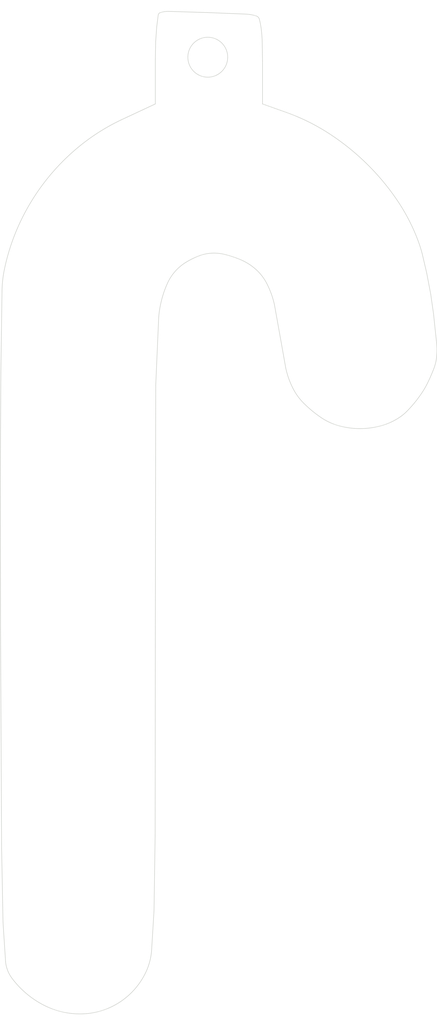
<source format=kicad_pcb>
(kicad_pcb (version 20171130) (host pcbnew "(5.1.10)-1")

  (general
    (thickness 1.6)
    (drawings 74)
    (tracks 0)
    (zones 0)
    (modules 0)
    (nets 1)
  )

  (page A4)
  (layers
    (0 F.Cu signal)
    (31 B.Cu signal)
    (32 B.Adhes user)
    (33 F.Adhes user)
    (34 B.Paste user)
    (35 F.Paste user)
    (36 B.SilkS user)
    (37 F.SilkS user)
    (38 B.Mask user)
    (39 F.Mask user)
    (40 Dwgs.User user)
    (41 Cmts.User user)
    (42 Eco1.User user)
    (43 Eco2.User user)
    (44 Edge.Cuts user)
    (45 Margin user)
    (46 B.CrtYd user)
    (47 F.CrtYd user)
    (48 B.Fab user)
    (49 F.Fab user)
  )

  (setup
    (last_trace_width 0.25)
    (trace_clearance 0.2)
    (zone_clearance 0.508)
    (zone_45_only no)
    (trace_min 0.2)
    (via_size 0.8)
    (via_drill 0.4)
    (via_min_size 0.4)
    (via_min_drill 0.3)
    (uvia_size 0.3)
    (uvia_drill 0.1)
    (uvias_allowed no)
    (uvia_min_size 0.2)
    (uvia_min_drill 0.1)
    (edge_width 0.05)
    (segment_width 0.2)
    (pcb_text_width 0.3)
    (pcb_text_size 1.5 1.5)
    (mod_edge_width 0.12)
    (mod_text_size 1 1)
    (mod_text_width 0.15)
    (pad_size 1.524 1.524)
    (pad_drill 0.762)
    (pad_to_mask_clearance 0)
    (aux_axis_origin 0 0)
    (visible_elements 7FFFFFFF)
    (pcbplotparams
      (layerselection 0x010fc_ffffffff)
      (usegerberextensions false)
      (usegerberattributes true)
      (usegerberadvancedattributes true)
      (creategerberjobfile true)
      (excludeedgelayer true)
      (linewidth 0.100000)
      (plotframeref false)
      (viasonmask false)
      (mode 1)
      (useauxorigin false)
      (hpglpennumber 1)
      (hpglpenspeed 20)
      (hpglpendiameter 15.000000)
      (psnegative false)
      (psa4output false)
      (plotreference true)
      (plotvalue true)
      (plotinvisibletext false)
      (padsonsilk false)
      (subtractmaskfromsilk false)
      (outputformat 1)
      (mirror false)
      (drillshape 1)
      (scaleselection 1)
      (outputdirectory ""))
  )

  (net 0 "")

  (net_class Default "This is the default net class."
    (clearance 0.2)
    (trace_width 0.25)
    (via_dia 0.8)
    (via_drill 0.4)
    (uvia_dia 0.3)
    (uvia_drill 0.1)
  )

  (dimension 125.73 (width 0.15) (layer Dwgs.User)
    (gr_text "125.730 mm" (at 141 113.665 270) (layer Dwgs.User)
      (effects (font (size 1 1) (thickness 0.15)))
    )
    (feature1 (pts (xy 102.87 176.53) (xy 140.286421 176.53)))
    (feature2 (pts (xy 102.87 50.8) (xy 140.286421 50.8)))
    (crossbar (pts (xy 139.7 50.8) (xy 139.7 176.53)))
    (arrow1a (pts (xy 139.7 176.53) (xy 139.113579 175.403496)))
    (arrow1b (pts (xy 139.7 176.53) (xy 140.286421 175.403496)))
    (arrow2a (pts (xy 139.7 50.8) (xy 139.113579 51.926504)))
    (arrow2b (pts (xy 139.7 50.8) (xy 140.286421 51.926504)))
  )
  (gr_line (start 147.71523 86.871269) (end 147.228178 84.310849) (layer Edge.Cuts) (width 0.072))
  (gr_line (start 148.061683 89.287636) (end 147.71523 86.871269) (layer Edge.Cuts) (width 0.072))
  (gr_line (start 148.43598 92.845761) (end 148.061683 89.287636) (layer Edge.Cuts) (width 0.072))
  (gr_arc (start 139.544585 95.516047) (end 141.606182 103.054318) (angle -18.23305911) (layer Edge.Cuts) (width 0.072))
  (gr_arc (start 138.814866 93.735596) (end 148.440406 94.576208) (angle -10.27518122) (layer Edge.Cuts) (width 0.072))
  (gr_arc (start 143.20842 94.119286) (end 148.12337 95.970154) (angle -15.6442186) (layer Edge.Cuts) (width 0.072))
  (gr_line (start 113.636217 162.676443) (end 113.775687 153.413613) (layer Edge.Cuts) (width 0.072))
  (gr_arc (start 122.191021 88.313551) (end 127.524896 85.565986) (angle -21.00316086) (layer Edge.Cuts) (width 0.072))
  (gr_arc (start 121.022318 87.389334) (end 122.359246 81.998667) (angle -16.71556144) (layer Edge.Cuts) (width 0.072))
  (gr_arc (start 120.99822 86.894241) (end 120.752286 81.841925) (angle -17.68547945) (layer Edge.Cuts) (width 0.072))
  (gr_line (start 113.799999 127.762432) (end 113.850407 98.038377) (layer Edge.Cuts) (width 0.072))
  (gr_line (start 113.8 63.499234) (end 109.724609 65.397958) (layer Edge.Cuts) (width 0.072))
  (gr_arc (start 104.519221 165.574355) (end 100.07834 174.27503) (angle -29.36752832) (layer Edge.Cuts) (width 0.072))
  (gr_line (start 113.8 57.990448) (end 113.8 63.499234) (layer Edge.Cuts) (width 0.072))
  (gr_line (start 94.866446 155.008149) (end 95.040731 164.116294) (layer Edge.Cuts) (width 0.072))
  (gr_line (start 94.737717 128.092236) (end 94.866446 155.008149) (layer Edge.Cuts) (width 0.072))
  (gr_arc (start 120.383753 88.276532) (end 109.724609 65.397958) (angle -13.67309135) (layer Edge.Cuts) (width 0.072))
  (gr_line (start 113.84195 55.814456) (end 113.8 57.990448) (layer Edge.Cuts) (width 0.072))
  (gr_line (start 113.329483 167.672483) (end 113.636217 162.676443) (layer Edge.Cuts) (width 0.072))
  (gr_arc (start 129.252494 88.863736) (end 147.316027 97.825874) (angle -5.752662909) (layer Edge.Cuts) (width 0.072))
  (gr_arc (start 137.834408 93.121614) (end 146.624667 99.017588) (angle -7.463230018) (layer Edge.Cuts) (width 0.072))
  (gr_arc (start 133.589812 90.274602) (end 145.717081 100.238367) (angle -5.555227283) (layer Edge.Cuts) (width 0.072))
  (gr_arc (start 121.230418 89.335093) (end 104.618607 68.565959) (angle -13.14708787) (layer Edge.Cuts) (width 0.072))
  (gr_arc (start 138.999049 93.626647) (end 136.407757 103.054775) (angle -15.37319395) (layer Edge.Cuts) (width 0.072))
  (gr_arc (start 108.919328 86.693546) (end 95.207211 83.846924) (angle -10.73761612) (layer Edge.Cuts) (width 0.072))
  (gr_arc (start 105.7215 166.951981) (end 112.599946 170.281773) (angle -20.42123129) (layer Edge.Cuts) (width 0.072))
  (gr_line (start 113.850407 98.038377) (end 114.216137 89.687867) (layer Edge.Cuts) (width 0.072))
  (gr_arc (start 134.394457 90.93573) (end 144.744216 101.309897) (angle -5.661046493) (layer Edge.Cuts) (width 0.072))
  (gr_arc (start 120.718105 89.142952) (end 97.123853 78.090128) (angle -13.37299204) (layer Edge.Cuts) (width 0.072))
  (gr_line (start 94.703952 109.870101) (end 94.737717 128.092236) (layer Edge.Cuts) (width 0.072))
  (gr_line (start 129.1884 92.174627) (end 129.86981 95.998157) (layer Edge.Cuts) (width 0.072))
  (gr_line (start 95.040731 164.116294) (end 95.355863 168.934943) (layer Edge.Cuts) (width 0.072))
  (gr_arc (start 126.848452 90.75336) (end 115.283335 85.561181) (angle -19.35648615) (layer Edge.Cuts) (width 0.072))
  (gr_line (start 94.916942 86.451494) (end 94.776229 96.539402) (layer Edge.Cuts) (width 0.072))
  (gr_line (start 113.97176 54.003563) (end 113.84195 55.814456) (layer Edge.Cuts) (width 0.072))
  (gr_arc (start 122.606848 91.203085) (end 119.229058 82.155418) (angle -10.8999738) (layer Edge.Cuts) (width 0.072))
  (gr_line (start 114.154629 52.57248) (end 113.97176 54.003563) (layer Edge.Cuts) (width 0.072))
  (gr_arc (start 138.379084 95.882346) (end 134.193898 102.031662) (angle -18.8708034) (layer Edge.Cuts) (width 0.072))
  (gr_arc (start 105.247354 164.147801) (end 96.137073 170.950906) (angle -26.20934446) (layer Edge.Cuts) (width 0.072))
  (gr_line (start 128.466914 88.163961) (end 129.1884 92.174627) (layer Edge.Cuts) (width 0.072))
  (gr_arc (start 114.514321 52.626702) (end 114.399143 52.281662) (angle -62.96790617) (layer Edge.Cuts) (width 0.072))
  (gr_arc (start 137.146483 95.201408) (end 130.746767 98.451245) (angle -18.22645476) (layer Edge.Cuts) (width 0.072))
  (gr_line (start 94.776229 96.539402) (end 94.703952 109.870101) (layer Edge.Cuts) (width 0.072))
  (gr_arc (start 139.949212 93.77816) (end 129.86981 95.998157) (angle -14.50074444) (layer Edge.Cuts) (width 0.072))
  (gr_arc (start 121.380432 89.453183) (end 100.330039 72.888716) (angle -13.0982033) (layer Edge.Cuts) (width 0.072))
  (gr_arc (start 142.515817 89.804209) (end 132.084318 100.289855) (angle -10.61275344) (layer Edge.Cuts) (width 0.072))
  (gr_arc (start 140.692821 97.248964) (end 143.86127 102.030795) (angle -11.40412675) (layer Edge.Cuts) (width 0.072))
  (gr_arc (start 138.999036 93.521247) (end 138.999919 103.404397) (angle -15.29037224) (layer Edge.Cuts) (width 0.072))
  (gr_arc (start 121.640914 88.930051) (end 126.185736 83.836768) (angle -19.06655378) (layer Edge.Cuts) (width 0.072))
  (gr_arc (start 120.630516 87.961812) (end 117.579129 82.957372) (angle -34.45001245) (layer Edge.Cuts) (width 0.072))
  (gr_arc (start 119.178784 94.822744) (end 124.272602 82.631547) (angle -8.747794194) (layer Edge.Cuts) (width 0.072))
  (gr_arc (start 99.364301 168.54097) (end 95.355863 168.934943) (angle -31.13724214) (layer Edge.Cuts) (width 0.072))
  (gr_arc (start 117.888176 90.530008) (end 128.466914 88.163961) (angle -14.64637281) (layer Edge.Cuts) (width 0.072))
  (gr_line (start 113.775687 153.413613) (end 113.799999 127.762432) (layer Edge.Cuts) (width 0.072))
  (gr_arc (start 104.504206 166.362695) (end 109.451041 173.874619) (angle -30.80263225) (layer Edge.Cuts) (width 0.072))
  (gr_arc (start 104.554357 166.438859) (end 104.915927 175.334774) (angle -31.03869568) (layer Edge.Cuts) (width 0.072))
  (gr_arc (start 119.036972 92.092146) (end 139.762778 70.779523) (angle -11.54449274) (layer Edge.Cuts) (width 0.072))
  (gr_line (start 124.978419 52.461025) (end 120.252323 52.270052) (layer Edge.Cuts) (width 0.072))
  (gr_arc (start 124.76124 57.196334) (end 126.25 52.695899) (angle -15.67843579) (layer Edge.Cuts) (width 0.072))
  (gr_arc (start 131.144121 85.947667) (end 146.68314 81.97645) (angle -6.177280518) (layer Edge.Cuts) (width 0.072))
  (gr_line (start 129.932878 64.541666) (end 127 63.5) (layer Edge.Cuts) (width 0.072))
  (gr_arc (start 126.080675 53.207758) (end 126.600161 53.063517) (angle -56.17775937) (layer Edge.Cuts) (width 0.072))
  (gr_arc (start 121.528598 88.204437) (end 135.078217 67.062855) (angle -13.10231513) (layer Edge.Cuts) (width 0.072))
  (gr_line (start 147.228178 84.310849) (end 146.68314 81.97645) (layer Edge.Cuts) (width 0.072))
  (gr_arc (start 119.290384 91.831599) (end 143.581903 75.332176) (angle -11.6144439) (layer Edge.Cuts) (width 0.072))
  (gr_circle (center 120.258547 57.756711) (end 122.711984 57.756711) (layer Edge.Cuts) (width 0.072))
  (gr_arc (start 115.375322 55.206018) (end 115.455173 52.12407) (angle -19.94366965) (layer Edge.Cuts) (width 0.072))
  (gr_arc (start 110.79512 56.315341) (end 126.959774 55.782196) (angle -5.839925835) (layer Edge.Cuts) (width 0.072))
  (gr_line (start 127 58.222) (end 126.959774 55.782196) (layer Edge.Cuts) (width 0.072))
  (gr_arc (start 118.802904 55.228507) (end 126.821633 54.140217) (angle -7.788996572) (layer Edge.Cuts) (width 0.072))
  (gr_line (start 120.252323 52.270052) (end 115.455173 52.12407) (layer Edge.Cuts) (width 0.072))
  (gr_arc (start 124.039643 88.605805) (end 146.165593 80.32743) (angle -13.67217788) (layer Edge.Cuts) (width 0.072))
  (gr_line (start 127 63.5) (end 127 58.222) (layer Edge.Cuts) (width 0.072))

)

</source>
